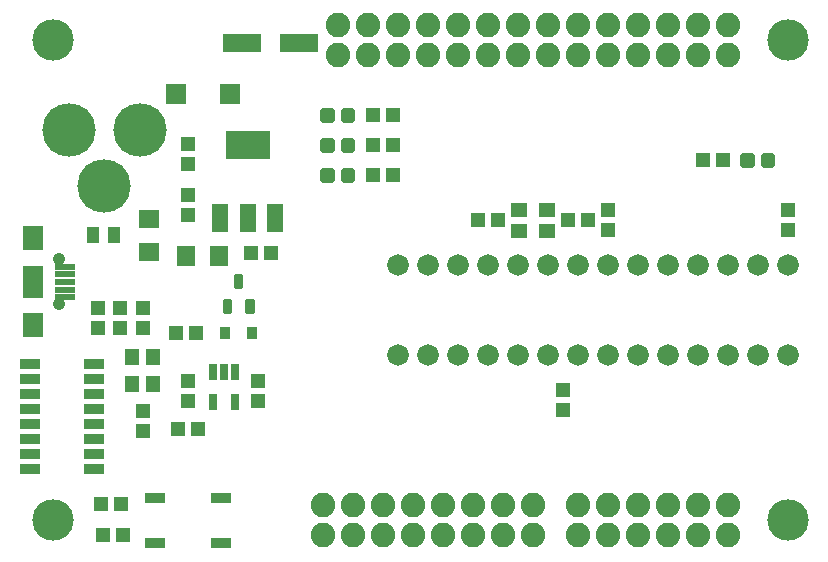
<source format=gbr>
G04 EAGLE Gerber RS-274X export*
G75*
%MOMM*%
%FSLAX34Y34*%
%LPD*%
%INSoldermask Top*%
%IPPOS*%
%AMOC8*
5,1,8,0,0,1.08239X$1,22.5*%
G01*
%ADD10C,3.503200*%
%ADD11R,1.603200X1.803200*%
%ADD12R,3.203200X1.603200*%
%ADD13R,1.303200X1.203200*%
%ADD14R,1.727200X1.673200*%
%ADD15R,1.203200X1.303200*%
%ADD16C,4.521200*%
%ADD17R,0.753200X1.403200*%
%ADD18R,1.422400X2.438400*%
%ADD19R,3.803200X2.403200*%
%ADD20C,0.505344*%
%ADD21R,1.653200X0.603200*%
%ADD22C,1.053200*%
%ADD23R,1.700000X2.000000*%
%ADD24R,1.700000X2.700000*%
%ADD25R,1.803200X1.603200*%
%ADD26C,0.357806*%
%ADD27R,0.833200X1.033200*%
%ADD28R,1.727200X0.838200*%
%ADD29R,1.303200X1.403200*%
%ADD30C,2.082800*%
%ADD31R,1.403200X1.303200*%
%ADD32R,1.727200X0.965200*%
%ADD33R,1.003200X1.403200*%
%ADD34C,1.828800*%


D10*
X38100Y444500D03*
X38100Y38100D03*
X660400Y38100D03*
X660400Y444500D03*
D11*
X151100Y261620D03*
X179100Y261620D03*
D12*
X198250Y441960D03*
X246250Y441960D03*
D13*
X206130Y264160D03*
X223130Y264160D03*
D14*
X142330Y398780D03*
X187870Y398780D03*
D15*
X152400Y296300D03*
X152400Y313300D03*
X152400Y339480D03*
X152400Y356480D03*
D16*
X111600Y368300D03*
X51600Y368300D03*
X81600Y321300D03*
D17*
X192380Y164131D03*
X182880Y164131D03*
X173380Y164131D03*
X173380Y138129D03*
X192380Y138129D03*
D15*
X152400Y155820D03*
X152400Y138820D03*
X212090Y138820D03*
X212090Y155820D03*
D18*
X180086Y294132D03*
X203200Y294132D03*
X226314Y294132D03*
D19*
X203200Y356110D03*
D13*
X309000Y381000D03*
X326000Y381000D03*
X309000Y330200D03*
X326000Y330200D03*
X309000Y355600D03*
X326000Y355600D03*
X588400Y342900D03*
X605400Y342900D03*
D20*
X274120Y352110D02*
X274120Y359090D01*
X274120Y352110D02*
X267140Y352110D01*
X267140Y359090D01*
X274120Y359090D01*
X274120Y356910D02*
X267140Y356910D01*
X291660Y359090D02*
X291660Y352110D01*
X284680Y352110D01*
X284680Y359090D01*
X291660Y359090D01*
X291660Y356910D02*
X284680Y356910D01*
X274120Y333690D02*
X274120Y326710D01*
X267140Y326710D01*
X267140Y333690D01*
X274120Y333690D01*
X274120Y331510D02*
X267140Y331510D01*
X291660Y333690D02*
X291660Y326710D01*
X284680Y326710D01*
X284680Y333690D01*
X291660Y333690D01*
X291660Y331510D02*
X284680Y331510D01*
X274120Y377510D02*
X274120Y384490D01*
X274120Y377510D02*
X267140Y377510D01*
X267140Y384490D01*
X274120Y384490D01*
X274120Y382310D02*
X267140Y382310D01*
X291660Y384490D02*
X291660Y377510D01*
X284680Y377510D01*
X284680Y384490D01*
X291660Y384490D01*
X291660Y382310D02*
X284680Y382310D01*
X629720Y346390D02*
X629720Y339410D01*
X622740Y339410D01*
X622740Y346390D01*
X629720Y346390D01*
X629720Y344210D02*
X622740Y344210D01*
X647260Y346390D02*
X647260Y339410D01*
X640280Y339410D01*
X640280Y346390D01*
X647260Y346390D01*
X647260Y344210D02*
X640280Y344210D01*
D21*
X48840Y240030D03*
X48840Y246530D03*
X48840Y253030D03*
X48840Y233530D03*
X48840Y227030D03*
D22*
X43590Y259030D03*
X43590Y221030D03*
D23*
X21590Y276870D03*
X21590Y203190D03*
D24*
X21590Y240030D03*
D13*
X142630Y196850D03*
X159630Y196850D03*
D25*
X119380Y293400D03*
X119380Y265400D03*
D26*
X188257Y223847D02*
X188257Y214493D01*
X183703Y214493D01*
X183703Y223847D01*
X188257Y223847D01*
X188257Y217892D02*
X183703Y217892D01*
X183703Y221291D02*
X188257Y221291D01*
X207457Y223847D02*
X207457Y214493D01*
X202903Y214493D01*
X202903Y223847D01*
X207457Y223847D01*
X207457Y217892D02*
X202903Y217892D01*
X202903Y221291D02*
X207457Y221291D01*
X197857Y235893D02*
X197857Y245247D01*
X197857Y235893D02*
X193303Y235893D01*
X193303Y245247D01*
X197857Y245247D01*
X197857Y239292D02*
X193303Y239292D01*
X193303Y242691D02*
X197857Y242691D01*
D27*
X207080Y196850D03*
X184080Y196850D03*
D28*
X72670Y93980D03*
X18770Y119380D03*
X72670Y81280D03*
X72670Y106680D03*
X72670Y119380D03*
X18770Y106680D03*
X18770Y132080D03*
X18770Y144780D03*
X72670Y144780D03*
X18770Y170180D03*
X72670Y132080D03*
X72670Y157480D03*
X18770Y157480D03*
X72670Y170180D03*
X18770Y93980D03*
X18770Y81280D03*
D15*
X76200Y201050D03*
X76200Y218050D03*
X95250Y201050D03*
X95250Y218050D03*
X114300Y201050D03*
X114300Y218050D03*
X114300Y130420D03*
X114300Y113420D03*
D13*
X143900Y115570D03*
X160900Y115570D03*
X80400Y25400D03*
X97400Y25400D03*
X79130Y52070D03*
X96130Y52070D03*
D29*
X123050Y153350D03*
X123050Y176850D03*
X105550Y176850D03*
X105550Y153350D03*
D30*
X609600Y431800D03*
X584200Y431800D03*
X558800Y431800D03*
X533400Y431800D03*
X508000Y431800D03*
X482600Y431800D03*
X457200Y431800D03*
X431800Y431800D03*
X406400Y431800D03*
X381000Y431800D03*
X355600Y431800D03*
X330200Y431800D03*
X304800Y431800D03*
X279400Y431800D03*
D13*
X414900Y292100D03*
X397900Y292100D03*
X474100Y292100D03*
X491100Y292100D03*
D31*
X456250Y300850D03*
X432750Y300850D03*
X432750Y283350D03*
X456250Y283350D03*
D32*
X180340Y19050D03*
X124460Y19050D03*
X180340Y57150D03*
X124460Y57150D03*
D15*
X469900Y131200D03*
X469900Y148200D03*
X508000Y300600D03*
X508000Y283600D03*
X660400Y283600D03*
X660400Y300600D03*
D33*
X72280Y279400D03*
X90280Y279400D03*
D34*
X660400Y254000D03*
X635000Y254000D03*
X609600Y254000D03*
X584200Y254000D03*
X558800Y254000D03*
X533400Y254000D03*
X508000Y254000D03*
X482600Y254000D03*
X457200Y254000D03*
X431800Y254000D03*
X406400Y254000D03*
X381000Y254000D03*
X355600Y254000D03*
X330200Y254000D03*
X330200Y177800D03*
X355600Y177800D03*
X381000Y177800D03*
X406400Y177800D03*
X431800Y177800D03*
X457200Y177800D03*
X482600Y177800D03*
X508000Y177800D03*
X533400Y177800D03*
X558800Y177800D03*
X584200Y177800D03*
X609600Y177800D03*
X635000Y177800D03*
X660400Y177800D03*
D30*
X609600Y457200D03*
X584200Y457200D03*
X558800Y457200D03*
X533400Y457200D03*
X508000Y457200D03*
X482600Y457200D03*
X457200Y457200D03*
X431800Y457200D03*
X406400Y457200D03*
X381000Y457200D03*
X355600Y457200D03*
X330200Y457200D03*
X304800Y457200D03*
X279400Y457200D03*
X482600Y25400D03*
X508000Y25400D03*
X533400Y25400D03*
X558800Y25400D03*
X584200Y25400D03*
X609600Y25400D03*
X482600Y50800D03*
X508000Y50800D03*
X533400Y50800D03*
X558800Y50800D03*
X584200Y50800D03*
X609600Y50800D03*
X266700Y25400D03*
X292100Y25400D03*
X317500Y25400D03*
X342900Y25400D03*
X368300Y25400D03*
X393700Y25400D03*
X419100Y25400D03*
X444500Y25400D03*
X266700Y50800D03*
X292100Y50800D03*
X317500Y50800D03*
X342900Y50800D03*
X368300Y50800D03*
X393700Y50800D03*
X419100Y50800D03*
X444500Y50800D03*
M02*

</source>
